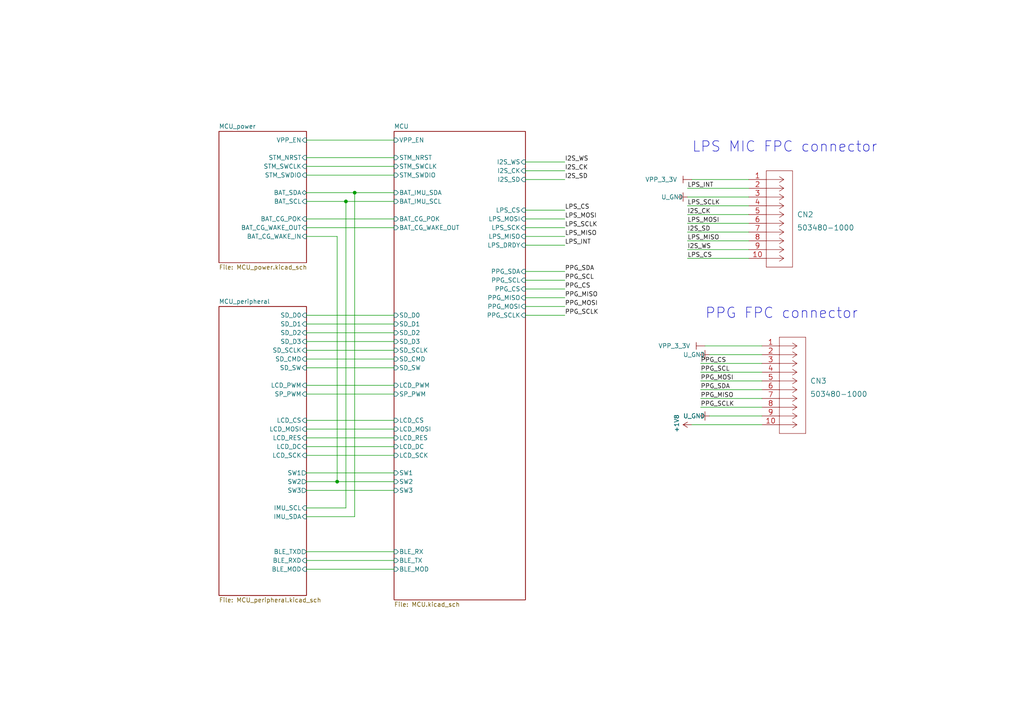
<source format=kicad_sch>
(kicad_sch (version 20211123) (generator eeschema)
  (paper "A4")
  (lib_symbols
    (symbol "User_library:503480-1000" (pin_names (offset 0.254) hide)
      (property "Reference" "CN" (at 7.62 5.08 0))
      (property "Value" "503480-1000" (at 8.89 -27.94 0))
      (symbol "503480-1000_1_1"
        (polyline (pts (xy 5.08 -25.4) (xy 12.7 -25.4)) (stroke (width 0.127)))
        (polyline (pts (xy 5.08 2.54) (xy 5.08 -25.4)) (stroke (width 0.127)))
        (polyline (pts (xy 10.16 -22.86) (xy 5.08 -22.86)) (stroke (width 0.127)))
        (polyline (pts (xy 10.16 -22.86) (xy 8.89 -23.6982)) (stroke (width 0.127)))
        (polyline (pts (xy 10.16 -22.86) (xy 8.89 -22.0218)) (stroke (width 0.127)))
        (polyline (pts (xy 10.16 -20.32) (xy 5.08 -20.32)) (stroke (width 0.127)))
        (polyline (pts (xy 10.16 -20.32) (xy 8.89 -21.1582)) (stroke (width 0.127)))
        (polyline (pts (xy 10.16 -20.32) (xy 8.89 -19.4818)) (stroke (width 0.127)))
        (polyline (pts (xy 10.16 -17.78) (xy 5.08 -17.78)) (stroke (width 0.127)))
        (polyline (pts (xy 10.16 -17.78) (xy 8.89 -18.6182)) (stroke (width 0.127)))
        (polyline (pts (xy 10.16 -17.78) (xy 8.89 -16.9418)) (stroke (width 0.127)))
        (polyline (pts (xy 10.16 -15.24) (xy 5.08 -15.24)) (stroke (width 0.127)))
        (polyline (pts (xy 10.16 -15.24) (xy 8.89 -16.0782)) (stroke (width 0.127)))
        (polyline (pts (xy 10.16 -15.24) (xy 8.89 -14.4018)) (stroke (width 0.127)))
        (polyline (pts (xy 10.16 -12.7) (xy 5.08 -12.7)) (stroke (width 0.127)))
        (polyline (pts (xy 10.16 -12.7) (xy 8.89 -13.5382)) (stroke (width 0.127)))
        (polyline (pts (xy 10.16 -12.7) (xy 8.89 -11.8618)) (stroke (width 0.127)))
        (polyline (pts (xy 10.16 -10.16) (xy 5.08 -10.16)) (stroke (width 0.127)))
        (polyline (pts (xy 10.16 -10.16) (xy 8.89 -10.9982)) (stroke (width 0.127)))
        (polyline (pts (xy 10.16 -10.16) (xy 8.89 -9.3218)) (stroke (width 0.127)))
        (polyline (pts (xy 10.16 -7.62) (xy 5.08 -7.62)) (stroke (width 0.127)))
        (polyline (pts (xy 10.16 -7.62) (xy 8.89 -8.4582)) (stroke (width 0.127)))
        (polyline (pts (xy 10.16 -7.62) (xy 8.89 -6.7818)) (stroke (width 0.127)))
        (polyline (pts (xy 10.16 -5.08) (xy 5.08 -5.08)) (stroke (width 0.127)))
        (polyline (pts (xy 10.16 -5.08) (xy 8.89 -5.9182)) (stroke (width 0.127)))
        (polyline (pts (xy 10.16 -5.08) (xy 8.89 -4.2418)) (stroke (width 0.127)))
        (polyline (pts (xy 10.16 -2.54) (xy 5.08 -2.54)) (stroke (width 0.127)))
        (polyline (pts (xy 10.16 -2.54) (xy 8.89 -3.3782)) (stroke (width 0.127)))
        (polyline (pts (xy 10.16 -2.54) (xy 8.89 -1.7018)) (stroke (width 0.127)))
        (polyline (pts (xy 10.16 0) (xy 5.08 0)) (stroke (width 0.127)))
        (polyline (pts (xy 10.16 0) (xy 8.89 -0.8382)) (stroke (width 0.127)))
        (polyline (pts (xy 10.16 0) (xy 8.89 0.8382)) (stroke (width 0.127)))
        (polyline (pts (xy 12.7 -25.4) (xy 12.7 2.54)) (stroke (width 0.127)))
        (polyline (pts (xy 12.7 2.54) (xy 5.08 2.54)) (stroke (width 0.127)))
        (pin bidirectional line (at 0 0 0) (length 5.08) (name "1") (number "1"))
        (pin bidirectional line (at 0 -22.86 0) (length 5.08) (name "10") (number "10"))
        (pin bidirectional line (at 0 -2.54 0) (length 5.08) (name "2") (number "2"))
        (pin bidirectional line (at 0 -5.08 0) (length 5.08) (name "3") (number "3"))
        (pin bidirectional line (at 0 -7.62 0) (length 5.08) (name "4") (number "4"))
        (pin bidirectional line (at 0 -10.16 0) (length 5.08) (name "5") (number "5"))
        (pin bidirectional line (at 0 -12.7 0) (length 5.08) (name "6") (number "6"))
        (pin bidirectional line (at 0 -15.24 0) (length 5.08) (name "7") (number "7"))
        (pin bidirectional line (at 0 -17.78 0) (length 5.08) (name "8") (number "8"))
        (pin bidirectional line (at 0 -20.32 0) (length 5.08) (name "9") (number "9"))
      )
    )
    (symbol "User_power:GND" (power) (pin_names (offset 0))
      (property "Value" "GND" (at 0 -3.81 0))
      (symbol "GND_0_1"
        (polyline (pts (xy -0.635 -1.905) (xy 0.635 -1.905)))
        (polyline (pts (xy -0.127 -2.54) (xy 0.127 -2.54)))
        (polyline (pts (xy 0 -1.27) (xy 0 0)))
        (polyline (pts (xy 1.27 -1.27) (xy -1.27 -1.27)))
      )
      (symbol "GND_1_1"
        (pin power_in line (at 0 0 270) (length 0) hide (name "U_GND") (number "1"))
      )
    )
    (symbol "User_power:VPP_3.3V" (power) (pin_names (offset 0))
      (property "Value" "User_power_VPP_3.3V" (at 0 3.81 0))
      (symbol "VPP_3.3V_0_1"
        (polyline (pts (xy -1.016 2.54) (xy 0 2.54)))
        (polyline (pts (xy 0 0) (xy 0 2.54)))
        (polyline (pts (xy 0 2.54) (xy 1.016 2.54)))
      )
      (symbol "VPP_3.3V_1_1"
        (pin power_in line (at 0 0 90) (length 0) hide (name "VPP_3_3V") (number "1"))
      )
    )
    (symbol "power:+1V8" (power) (pin_names (offset 0))
      (property "Value" "+1V8" (at 0 3.556 0))
      (symbol "+1V8_0_1"
        (polyline (pts (xy -0.762 1.27) (xy 0 2.54)))
        (polyline (pts (xy 0 0) (xy 0 2.54)))
        (polyline (pts (xy 0 2.54) (xy 0.762 1.27)))
      )
      (symbol "+1V8_1_1"
        (pin power_in line (at 0 0 90) (length 0) hide (name "+1V8") (number "1"))
      )
    )
  )
  (junction (at 102.87 55.88))
  (junction (at 100.33 58.42))
  (junction (at 97.79 139.7))
  (wire (pts (xy 199.39 54.61) (xy 217.17 54.61)))
  (wire (pts (xy 88.9 165.1) (xy 114.3 165.1)))
  (wire (pts (xy 152.4 68.58) (xy 163.83 68.58)))
  (wire (pts (xy 199.39 74.93) (xy 217.17 74.93)))
  (wire (pts (xy 88.9 139.7) (xy 97.79 139.7)))
  (wire (pts (xy 199.39 57.15) (xy 217.17 57.15)))
  (wire (pts (xy 205.74 120.65) (xy 220.98 120.65)))
  (wire (pts (xy 152.4 91.44) (xy 163.83 91.44)))
  (wire (pts (xy 152.4 86.36) (xy 163.83 86.36)))
  (wire (pts (xy 152.4 60.96) (xy 163.83 60.96)))
  (wire (pts (xy 152.4 66.04) (xy 163.83 66.04)))
  (wire (pts (xy 152.4 81.28) (xy 163.83 81.28)))
  (wire (pts (xy 88.9 162.56) (xy 114.3 162.56)))
  (wire (pts (xy 88.9 106.68) (xy 114.3 106.68)))
  (wire (pts (xy 152.4 52.07) (xy 163.83 52.07)))
  (wire (pts (xy 88.9 124.46) (xy 114.3 124.46)))
  (wire (pts (xy 200.66 52.07) (xy 217.17 52.07)))
  (wire (pts (xy 199.39 62.23) (xy 217.17 62.23)))
  (wire (pts (xy 203.2 107.95) (xy 220.98 107.95)))
  (wire (pts (xy 88.9 127) (xy 114.3 127)))
  (wire (pts (xy 100.33 58.42) (xy 100.33 147.32)))
  (wire (pts (xy 88.9 55.88) (xy 102.87 55.88)))
  (wire (pts (xy 88.9 66.04) (xy 114.3 66.04)))
  (wire (pts (xy 88.9 142.24) (xy 114.3 142.24)))
  (wire (pts (xy 199.39 69.85) (xy 217.17 69.85)))
  (wire (pts (xy 152.4 71.12) (xy 163.83 71.12)))
  (wire (pts (xy 200.66 123.19) (xy 220.98 123.19)))
  (wire (pts (xy 152.4 49.53) (xy 163.83 49.53)))
  (wire (pts (xy 152.4 83.82) (xy 163.83 83.82)))
  (wire (pts (xy 102.87 55.88) (xy 102.87 149.86)))
  (wire (pts (xy 199.39 59.69) (xy 217.17 59.69)))
  (wire (pts (xy 102.87 55.88) (xy 114.3 55.88)))
  (wire (pts (xy 199.39 72.39) (xy 217.17 72.39)))
  (wire (pts (xy 88.9 48.26) (xy 114.3 48.26)))
  (wire (pts (xy 88.9 137.16) (xy 114.3 137.16)))
  (wire (pts (xy 204.47 100.33) (xy 220.98 100.33)))
  (wire (pts (xy 88.9 63.5) (xy 114.3 63.5)))
  (wire (pts (xy 88.9 99.06) (xy 114.3 99.06)))
  (wire (pts (xy 88.9 114.3) (xy 114.3 114.3)))
  (wire (pts (xy 97.79 139.7) (xy 114.3 139.7)))
  (wire (pts (xy 88.9 93.98) (xy 114.3 93.98)))
  (wire (pts (xy 152.4 63.5) (xy 163.83 63.5)))
  (wire (pts (xy 203.2 105.41) (xy 220.98 105.41)))
  (wire (pts (xy 88.9 111.76) (xy 114.3 111.76)))
  (wire (pts (xy 152.4 46.99) (xy 163.83 46.99)))
  (wire (pts (xy 88.9 68.58) (xy 97.79 68.58)))
  (wire (pts (xy 88.9 121.92) (xy 114.3 121.92)))
  (wire (pts (xy 88.9 147.32) (xy 100.33 147.32)))
  (wire (pts (xy 88.9 91.44) (xy 114.3 91.44)))
  (wire (pts (xy 97.79 68.58) (xy 97.79 139.7)))
  (wire (pts (xy 100.33 58.42) (xy 114.3 58.42)))
  (wire (pts (xy 88.9 50.8) (xy 114.3 50.8)))
  (wire (pts (xy 203.2 118.11) (xy 220.98 118.11)))
  (wire (pts (xy 88.9 129.54) (xy 114.3 129.54)))
  (wire (pts (xy 88.9 45.72) (xy 114.3 45.72)))
  (wire (pts (xy 199.39 67.31) (xy 217.17 67.31)))
  (wire (pts (xy 88.9 104.14) (xy 114.3 104.14)))
  (wire (pts (xy 203.2 110.49) (xy 220.98 110.49)))
  (wire (pts (xy 88.9 58.42) (xy 100.33 58.42)))
  (wire (pts (xy 88.9 101.6) (xy 114.3 101.6)))
  (wire (pts (xy 88.9 160.02) (xy 114.3 160.02)))
  (wire (pts (xy 203.2 113.03) (xy 220.98 113.03)))
  (wire (pts (xy 88.9 96.52) (xy 114.3 96.52)))
  (wire (pts (xy 88.9 149.86) (xy 102.87 149.86)))
  (wire (pts (xy 205.74 102.87) (xy 220.98 102.87)))
  (wire (pts (xy 152.4 88.9) (xy 163.83 88.9)))
  (wire (pts (xy 199.39 64.77) (xy 217.17 64.77)))
  (wire (pts (xy 88.9 40.64) (xy 114.3 40.64)))
  (wire (pts (xy 203.2 115.57) (xy 220.98 115.57)))
  (wire (pts (xy 152.4 78.74) (xy 163.83 78.74)))
  (wire (pts (xy 88.9 132.08) (xy 114.3 132.08)))
  (text "PPG FPC connector" (at 204.47 92.71 0) (effects (font (size 3 3)) (justify left bottom)))
  (text "LPS MIC FPC connector" (at 200.66 44.45 0) (effects (font (size 3 3)) (justify left bottom)))
  (label "I2S_WS" (at 163.83 46.99 0))
  (label "LPS_CS" (at 163.83 60.96 0))
  (label "PPG_CS" (at 203.2 105.41 0))
  (label "PPG_SDA" (at 203.2 113.03 0))
  (label "LPS_MISO" (at 163.83 68.58 0))
  (label "LPS_CS" (at 199.39 74.93 0))
  (label "PPG_CS" (at 163.83 83.82 0))
  (label "LPS_INT" (at 163.83 71.12 0))
  (label "LPS_SCLK" (at 199.39 59.69 0))
  (label "I2S_CK" (at 163.83 49.53 0))
  (label "PPG_SCLK" (at 163.83 91.44 0))
  (label "I2S_SD" (at 199.39 67.31 0))
  (label "PPG_SCL" (at 203.2 107.95 0))
  (label "PPG_MOSI" (at 163.83 88.9 0))
  (label "I2S_CK" (at 199.39 62.23 0))
  (label "LPS_INT" (at 199.39 54.61 0))
  (label "LPS_MISO" (at 199.39 69.85 0))
  (label "LPS_MOSI" (at 163.83 63.5 0))
  (label "PPG_MISO" (at 203.2 115.57 0))
  (label "LPS_MOSI" (at 199.39 64.77 0))
  (label "PPG_SCLK" (at 203.2 118.11 0))
  (label "I2S_SD" (at 163.83 52.07 0))
  (label "LPS_SCLK" (at 163.83 66.04 0))
  (label "I2S_WS" (at 199.39 72.39 0))
  (label "PPG_SDA" (at 163.83 78.74 0))
  (label "PPG_MISO" (at 163.83 86.36 0))
  (label "PPG_MOSI" (at 203.2 110.49 0))
  (label "PPG_SCL" (at 163.83 81.28 0))
  (symbol (lib_id "User_power:VPP_3.3V") (at 204.47 100.33 90) (unit 1)
    (property "Reference" "#PWR0126" (effects hide))
    (property "Value" "VPP_3.3V" (at 195.58 100.33 90))
  )
  (symbol (lib_id "User_power:GND") (at 199.39 57.15 270) (unit 1)
    (property "Reference" "#PWR069" (effects hide))
    (property "Value" "GND" (at 191.77 57.15 90) (effects (justify left)))
  )
  (symbol (lib_id "power:+1V8") (at 200.66 123.19 90) (unit 1)
    (property "Reference" "#PWR0125" (effects hide))
    (property "Value" "+1V8" (at 196.2658 122.809 0))
  )
  (symbol (lib_id "User_library:503480-1000") (at 220.98 100.33 0) (unit 1)
    (property "Reference" "CN3" (at 234.95 110.49 0) (effects (font (size 1.524 1.524)) (justify left)))
    (property "Value" "503480-1000" (at 234.95 114.3 0) (effects (font (size 1.524 1.524)) (justify left)))
    (property "Footprint" "User_library:503480-1000" (effects hide))
  )
  (symbol (lib_id "User_power:VPP_3.3V") (at 200.66 52.07 90) (unit 1)
    (property "Reference" "#PWR0127" (effects hide))
    (property "Value" "VPP_3.3V" (at 191.77 52.07 90))
  )
  (symbol (lib_id "User_power:GND") (at 205.74 120.65 270) (unit 1)
    (property "Reference" "#PWR05" (effects hide))
    (property "Value" "GND" (at 198.12 120.65 90) (effects (justify left)))
  )
  (symbol (lib_id "User_library:503480-1000") (at 217.17 52.07 0) (unit 1)
    (property "Reference" "CN2" (at 231.14 62.23 0) (effects (font (size 1.524 1.524)) (justify left)))
    (property "Value" "503480-1000" (at 231.14 66.04 0) (effects (font (size 1.524 1.524)) (justify left)))
    (property "Footprint" "User_library:503480-1000" (effects hide))
  )
  (symbol (lib_id "User_power:GND") (at 205.74 102.87 270) (unit 1)
    (property "Reference" "#PWR04" (effects hide))
    (property "Value" "GND" (at 198.12 102.87 90) (effects (justify left)))
  )
  (sheet (at 63.5 88.9) (size 25.4 83.82) (stroke (width 0.1524))
    (property "Sheet name" "MCU_peripheral" (at 63.5 88.1884 0) (effects (justify left bottom)))
    (property "Sheet file" "MCU_peripheral.kicad_sch" (at 63.5 173.3046 0) (effects (justify left top)))
    (pin "LCD_SCK" input (at 88.9 132.08 0))
    (pin "LCD_DC" input (at 88.9 129.54 0))
    (pin "LCD_MOSI" input (at 88.9 124.46 0))
    (pin "SD_SW" input (at 88.9 106.68 0))
    (pin "SD_D1" input (at 88.9 93.98 0))
    (pin "SD_CMD" input (at 88.9 104.14 0))
    (pin "SD_D3" input (at 88.9 99.06 0))
    (pin "SD_D0" input (at 88.9 91.44 0))
    (pin "SD_D2" input (at 88.9 96.52 0))
    (pin "SD_SCLK" input (at 88.9 101.6 0))
    (pin "SP_PWM" input (at 88.9 114.3 0))
    (pin "LCD_PWM" input (at 88.9 111.76 0))
    (pin "LCD_RES" input (at 88.9 127 0))
    (pin "SW2" output (at 88.9 139.7 0))
    (pin "SW1" output (at 88.9 137.16 0))
    (pin "SW3" output (at 88.9 142.24 0))
    (pin "IMU_SCL" input (at 88.9 147.32 0))
    (pin "IMU_SDA" input (at 88.9 149.86 0))
    (pin "BLE_TXD" output (at 88.9 160.02 0))
    (pin "BLE_RXD" input (at 88.9 162.56 0))
    (pin "BLE_MOD" input (at 88.9 165.1 0))
    (pin "LCD_CS" input (at 88.9 121.92 0))
  )
  (sheet (at 63.5 38.1) (size 25.4 38.1) (stroke (width 0.1524))
    (property "Sheet name" "MCU_power" (at 63.5 37.3884 0) (effects (justify left bottom)))
    (property "Sheet file" "MCU_power.kicad_sch" (at 63.5 76.7846 0) (effects (justify left top)))
    (pin "VPP_EN" input (at 88.9 40.64 0))
    (pin "STM_SWCLK" input (at 88.9 48.26 0))
    (pin "STM_NRST" input (at 88.9 45.72 0))
    (pin "STM_SWDIO" input (at 88.9 50.8 0))
    (pin "BAT_CG_POK" input (at 88.9 63.5 0))
    (pin "BAT_CG_WAKE_OUT" input (at 88.9 66.04 0))
    (pin "BAT_SDA" bidirectional (at 88.9 55.88 0))
    (pin "BAT_CG_WAKE_IN" input (at 88.9 68.58 0))
    (pin "BAT_SCL" input (at 88.9 58.42 0))
  )
  (sheet (at 114.3 38.1) (size 38.1 135.89) (stroke (width 0.1524))
    (property "Sheet name" "MCU" (at 114.3 37.3884 0) (effects (justify left bottom)))
    (property "Sheet file" "MCU.kicad_sch" (at 114.3 174.5746 0) (effects (justify left top)))
    (pin "STM_NRST" input (at 114.3 45.72 180))
    (pin "SW2" input (at 114.3 139.7 180))
    (pin "SD_CMD" input (at 114.3 104.14 180))
    (pin "SW1" input (at 114.3 137.16 180))
    (pin "BAT_CG_WAKE_OUT" input (at 114.3 66.04 180))
    (pin "LCD_PWM" input (at 114.3 111.76 180))
    (pin "I2S_SD" input (at 152.4 52.07 0))
    (pin "BAT_CG_POK" input (at 114.3 63.5 180))
    (pin "SD_SW" input (at 114.3 106.68 180))
    (pin "SD_D2" input (at 114.3 96.52 180))
    (pin "SD_D1" input (at 114.3 93.98 180))
    (pin "SW3" input (at 114.3 142.24 180))
    (pin "LPS_MOSI" input (at 152.4 63.5 0))
    (pin "VPP_EN" input (at 114.3 40.64 180))
    (pin "STM_SWDIO" input (at 114.3 50.8 180))
    (pin "STM_SWCLK" input (at 114.3 48.26 180))
    (pin "LCD_DC" input (at 114.3 129.54 180))
    (pin "SP_PWM" input (at 114.3 114.3 180))
    (pin "LPS_CS" input (at 152.4 60.96 0))
    (pin "LCD_SCK" input (at 114.3 132.08 180))
    (pin "SD_D0" input (at 114.3 91.44 180))
    (pin "SD_D3" input (at 114.3 99.06 180))
    (pin "BAT_IMU_SCL" input (at 114.3 58.42 180))
    (pin "LCD_MOSI" input (at 114.3 124.46 180))
    (pin "BAT_IMU_SDA" input (at 114.3 55.88 180))
    (pin "I2S_CK" input (at 152.4 49.53 0))
    (pin "I2S_WS" input (at 152.4 46.99 0))
    (pin "LCD_RES" input (at 114.3 127 180))
    (pin "SD_SCLK" input (at 114.3 101.6 180))
    (pin "LPS_SCK" input (at 152.4 66.04 0))
    (pin "LPS_MISO" input (at 152.4 68.58 0))
    (pin "LPS_DRDY" input (at 152.4 71.12 0))
    (pin "BLE_MOD" input (at 114.3 165.1 180))
    (pin "BLE_TX" input (at 114.3 162.56 180))
    (pin "BLE_RX" input (at 114.3 160.02 180))
    (pin "LCD_CS" input (at 114.3 121.92 180))
    (pin "PPG_SDA" input (at 152.4 78.74 0))
    (pin "PPG_SCL" input (at 152.4 81.28 0))
    (pin "PPG_CS" input (at 152.4 83.82 0))
    (pin "PPG_MISO" input (at 152.4 86.36 0))
    (pin "PPG_MOSI" input (at 152.4 88.9 0))
    (pin "PPG_SCLK" input (at 152.4 91.44 0))
  )
)
</source>
